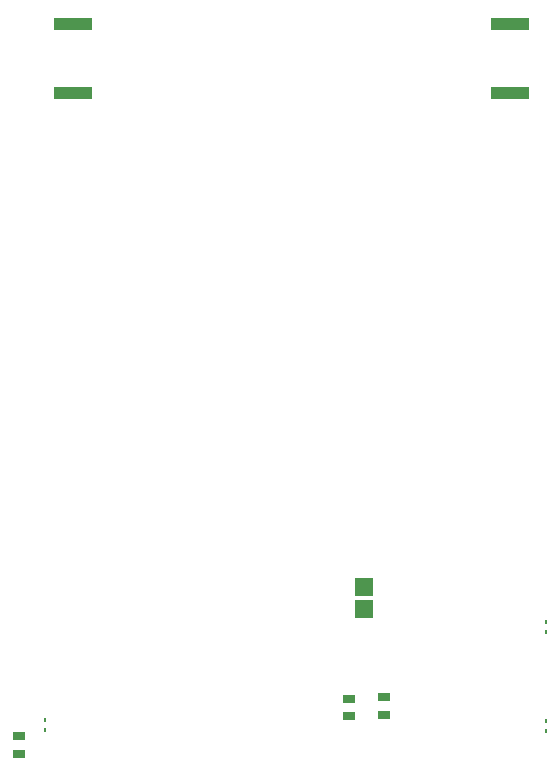
<source format=gbr>
G04*
G04 #@! TF.GenerationSoftware,Altium Limited,Altium Designer,24.6.1 (21)*
G04*
G04 Layer_Color=128*
%FSLAX25Y25*%
%MOIN*%
G70*
G04*
G04 #@! TF.SameCoordinates,3E969972-8C0A-4DBC-9D31-E8772DB7AAD8*
G04*
G04*
G04 #@! TF.FilePolarity,Positive*
G04*
G01*
G75*
%ADD29R,0.06102X0.05906*%
%ADD32R,0.03937X0.03150*%
%ADD58R,0.00984X0.01417*%
%ADD59R,0.12795X0.04134*%
D29*
X377500Y251543D02*
D03*
Y244457D02*
D03*
D32*
X384000Y214953D02*
D03*
Y209047D02*
D03*
X372500Y214453D02*
D03*
Y208547D02*
D03*
X262500Y201953D02*
D03*
Y196047D02*
D03*
D58*
X271000Y203847D02*
D03*
Y207154D02*
D03*
X438000Y203693D02*
D03*
Y207000D02*
D03*
Y240000D02*
D03*
Y236693D02*
D03*
D59*
X280500Y439264D02*
D03*
Y416429D02*
D03*
X426000Y416429D02*
D03*
Y439264D02*
D03*
M02*

</source>
